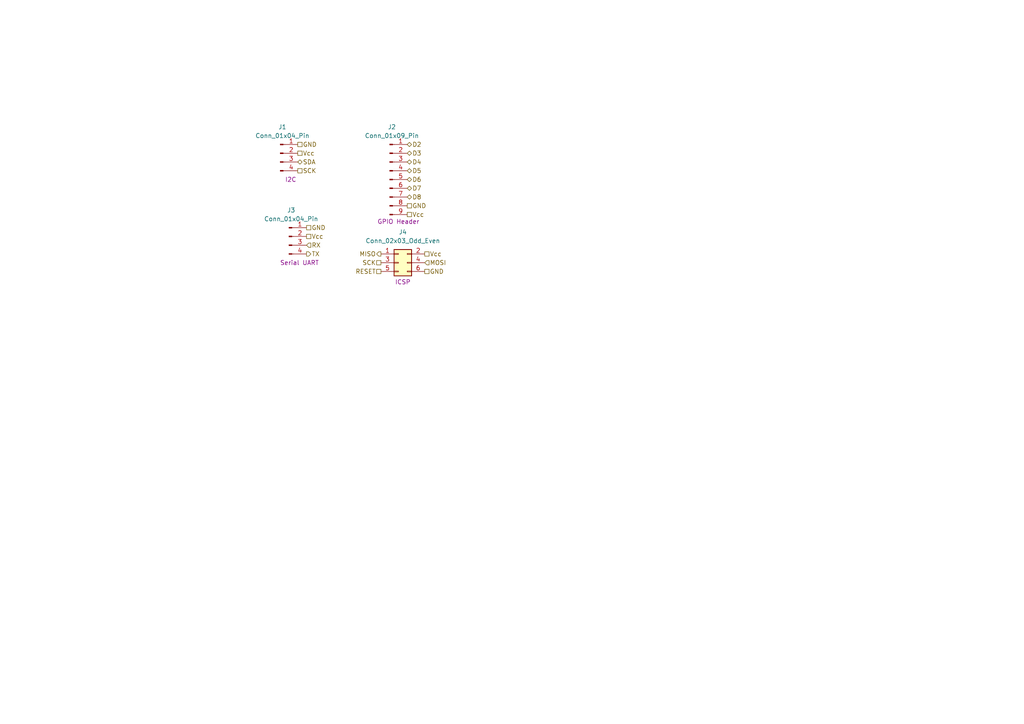
<source format=kicad_sch>
(kicad_sch (version 20250114) (generator "eeschema") (generator_version "9.0")
  (paper "A4")
  (lib_symbols
    (symbol "Connector:Conn_01x04_Pin" (pin_names (offset 1.016) (hide yes))
      (property "Reference" "J" (at 0 5.08 0))
      (property "Value" "Conn_01x04_Pin" (at 0 -7.62 0))
      (symbol "Conn_01x04_Pin_1_1"
        (rectangle (start 0.8636 2.667) (end 0 2.413) (stroke (width 0.1524)) (fill (type outline)))
        (rectangle (start 0.8636 0.127) (end 0 -0.127) (stroke (width 0.1524)) (fill (type outline)))
        (rectangle (start 0.8636 -2.413) (end 0 -2.667) (stroke (width 0.1524)) (fill (type outline)))
        (rectangle (start 0.8636 -4.953) (end 0 -5.207) (stroke (width 0.1524)) (fill (type outline)))
        (polyline (pts (xy 1.27 2.54) (xy 0.8636 2.54)) (stroke (width 0.1524)))
        (polyline (pts (xy 1.27 0) (xy 0.8636 0)) (stroke (width 0.1524)))
        (polyline (pts (xy 1.27 -2.54) (xy 0.8636 -2.54)) (stroke (width 0.1524)))
        (polyline (pts (xy 1.27 -5.08) (xy 0.8636 -5.08)) (stroke (width 0.1524)))
        (pin passive line (at 5.08 2.54 180) (length 3.81) (name "Pin_1") (number "1"))
        (pin passive line (at 5.08 0 180) (length 3.81) (name "Pin_2") (number "2"))
        (pin passive line (at 5.08 -2.54 180) (length 3.81) (name "Pin_3") (number "3"))
        (pin passive line (at 5.08 -5.08 180) (length 3.81) (name "Pin_4") (number "4"))
      )
    )
    (symbol "Connector:Conn_01x09_Pin" (pin_names (offset 1.016) (hide yes))
      (property "Reference" "J" (at 0 12.7 0))
      (property "Value" "Conn_01x09_Pin" (at 0 -12.7 0))
      (symbol "Conn_01x09_Pin_1_1"
        (rectangle (start 0.8636 10.287) (end 0 10.033) (stroke (width 0.1524)) (fill (type outline)))
        (rectangle (start 0.8636 7.747) (end 0 7.493) (stroke (width 0.1524)) (fill (type outline)))
        (rectangle (start 0.8636 5.207) (end 0 4.953) (stroke (width 0.1524)) (fill (type outline)))
        (rectangle (start 0.8636 2.667) (end 0 2.413) (stroke (width 0.1524)) (fill (type outline)))
        (rectangle (start 0.8636 0.127) (end 0 -0.127) (stroke (width 0.1524)) (fill (type outline)))
        (rectangle (start 0.8636 -2.413) (end 0 -2.667) (stroke (width 0.1524)) (fill (type outline)))
        (rectangle (start 0.8636 -4.953) (end 0 -5.207) (stroke (width 0.1524)) (fill (type outline)))
        (rectangle (start 0.8636 -7.493) (end 0 -7.747) (stroke (width 0.1524)) (fill (type outline)))
        (rectangle (start 0.8636 -10.033) (end 0 -10.287) (stroke (width 0.1524)) (fill (type outline)))
        (polyline (pts (xy 1.27 10.16) (xy 0.8636 10.16)) (stroke (width 0.1524)))
        (polyline (pts (xy 1.27 7.62) (xy 0.8636 7.62)) (stroke (width 0.1524)))
        (polyline (pts (xy 1.27 5.08) (xy 0.8636 5.08)) (stroke (width 0.1524)))
        (polyline (pts (xy 1.27 2.54) (xy 0.8636 2.54)) (stroke (width 0.1524)))
        (polyline (pts (xy 1.27 0) (xy 0.8636 0)) (stroke (width 0.1524)))
        (polyline (pts (xy 1.27 -2.54) (xy 0.8636 -2.54)) (stroke (width 0.1524)))
        (polyline (pts (xy 1.27 -5.08) (xy 0.8636 -5.08)) (stroke (width 0.1524)))
        (polyline (pts (xy 1.27 -7.62) (xy 0.8636 -7.62)) (stroke (width 0.1524)))
        (polyline (pts (xy 1.27 -10.16) (xy 0.8636 -10.16)) (stroke (width 0.1524)))
        (pin passive line (at 5.08 10.16 180) (length 3.81) (name "Pin_1") (number "1"))
        (pin passive line (at 5.08 7.62 180) (length 3.81) (name "Pin_2") (number "2"))
        (pin passive line (at 5.08 5.08 180) (length 3.81) (name "Pin_3") (number "3"))
        (pin passive line (at 5.08 2.54 180) (length 3.81) (name "Pin_4") (number "4"))
        (pin passive line (at 5.08 0 180) (length 3.81) (name "Pin_5") (number "5"))
        (pin passive line (at 5.08 -2.54 180) (length 3.81) (name "Pin_6") (number "6"))
        (pin passive line (at 5.08 -5.08 180) (length 3.81) (name "Pin_7") (number "7"))
        (pin passive line (at 5.08 -7.62 180) (length 3.81) (name "Pin_8") (number "8"))
        (pin passive line (at 5.08 -10.16 180) (length 3.81) (name "Pin_9") (number "9"))
      )
    )
    (symbol "Connector_Generic:Conn_02x03_Odd_Even" (pin_names (offset 1.016) (hide yes))
      (property "Reference" "J" (at 1.27 5.08 0))
      (property "Value" "Conn_02x03_Odd_Even" (at 1.27 -5.08 0))
      (symbol "Conn_02x03_Odd_Even_1_1"
        (rectangle (start -1.27 3.81) (end 3.81 -3.81) (stroke (width 0.254)) (fill (type background)))
        (rectangle (start -1.27 2.667) (end 0 2.413) (stroke (width 0.1524)))
        (rectangle (start -1.27 0.127) (end 0 -0.127) (stroke (width 0.1524)))
        (rectangle (start -1.27 -2.413) (end 0 -2.667) (stroke (width 0.1524)))
        (rectangle (start 3.81 2.667) (end 2.54 2.413) (stroke (width 0.1524)))
        (rectangle (start 3.81 0.127) (end 2.54 -0.127) (stroke (width 0.1524)))
        (rectangle (start 3.81 -2.413) (end 2.54 -2.667) (stroke (width 0.1524)))
        (pin passive line (at -5.08 2.54 0) (length 3.81) (name "Pin_1") (number "1"))
        (pin passive line (at -5.08 0 0) (length 3.81) (name "Pin_3") (number "3"))
        (pin passive line (at -5.08 -2.54 0) (length 3.81) (name "Pin_5") (number "5"))
        (pin passive line (at 7.62 2.54 180) (length 3.81) (name "Pin_2") (number "2"))
        (pin passive line (at 7.62 0 180) (length 3.81) (name "Pin_4") (number "4"))
        (pin passive line (at 7.62 -2.54 180) (length 3.81) (name "Pin_6") (number "6"))
      )
    )
  )
  (hierarchical_label "Vcc" (shape passive) (at 86.36 44.45 0))
  (hierarchical_label "TX" (shape output) (at 88.9 73.66 0))
  (hierarchical_label "Vcc" (shape passive) (at 88.9 68.58 0))
  (hierarchical_label "GND" (shape passive) (at 123.19 78.74 0))
  (hierarchical_label "MOSI" (shape input) (at 123.19 76.2 0))
  (hierarchical_label "D2" (shape bidirectional) (at 118.11 41.91 0))
  (hierarchical_label "GND" (shape passive) (at 118.11 59.69 0))
  (hierarchical_label "RX" (shape input) (at 88.9 71.12 0))
  (hierarchical_label "MISO" (shape output) (at 110.49 73.66 180))
  (hierarchical_label "D8" (shape bidirectional) (at 118.11 57.15 0))
  (hierarchical_label "RESET" (shape passive) (at 110.49 78.74 180))
  (hierarchical_label "SCK" (shape passive) (at 86.36 49.53 0))
  (hierarchical_label "D7" (shape bidirectional) (at 118.11 54.61 0))
  (hierarchical_label "GND" (shape passive) (at 86.36 41.91 0))
  (hierarchical_label "Vcc" (shape passive) (at 123.19 73.66 0))
  (hierarchical_label "SDA" (shape bidirectional) (at 86.36 46.99 0))
  (hierarchical_label "GND" (shape passive) (at 88.9 66.04 0))
  (hierarchical_label "SCK" (shape passive) (at 110.49 76.2 180))
  (hierarchical_label "D5" (shape bidirectional) (at 118.11 49.53 0))
  (hierarchical_label "D3" (shape bidirectional) (at 118.11 44.45 0))
  (hierarchical_label "D6" (shape bidirectional) (at 118.11 52.07 0))
  (hierarchical_label "D4" (shape bidirectional) (at 118.11 46.99 0))
  (hierarchical_label "Vcc" (shape passive) (at 118.11 62.23 0))
  (symbol (lib_id "Connector:Conn_01x09_Pin") (at 113.03 52.07 0) (unit 1)
    (property "Reference" "J2" (at 113.665 36.83 0))
    (property "Value" "Conn_01x09_Pin" (at 113.665 39.37 0))
    (property "Footprint" "Connector_PinHeader_2.54mm:PinHeader_1x09_P2.54mm_Vertical" (effects (hide yes)))
    (property "Description" "Generic connector, single row, 01x09, script generated" (effects (hide yes)))
    (property "purpose" "GPIO Header" (at 115.57 64.262 0))
  )
  (symbol (lib_id "Connector:Conn_01x04_Pin") (at 83.82 68.58 0) (unit 1)
    (property "Reference" "J3" (at 84.455 60.96 0))
    (property "Value" "Conn_01x04_Pin" (at 84.455 63.5 0))
    (property "Footprint" "Connector_PinHeader_2.54mm:PinHeader_1x04_P2.54mm_Vertical" (effects (hide yes)))
    (property "Description" "Generic connector, single row, 01x04, script generated" (effects (hide yes)))
    (property "purpose" "Serial UART" (at 86.868 76.2 0))
  )
  (symbol (lib_id "Connector_Generic:Conn_02x03_Odd_Even") (at 115.57 76.2 0) (unit 1)
    (property "Reference" "J4" (at 116.84 67.31 0))
    (property "Value" "Conn_02x03_Odd_Even" (at 116.84 69.85 0))
    (property "Footprint" "Connector_PinHeader_2.54mm:PinHeader_2x03_P2.54mm_Vertical" (effects (hide yes)))
    (property "Description" "Generic connector, double row, 02x03, odd/even pin numbering scheme (row 1 odd numbers, row 2 even numbers), script generated (kicad-library-utils/schlib/autogen/connector/)" (effects (hide yes)))
    (property "purpose" "ICSP" (at 116.84 81.788 0))
  )
  (symbol (lib_id "Connector:Conn_01x04_Pin") (at 81.28 44.45 0) (unit 1)
    (property "Reference" "J1" (at 81.915 36.83 0))
    (property "Value" "Conn_01x04_Pin" (at 81.915 39.37 0))
    (property "Footprint" "Connector_PinHeader_2.54mm:PinHeader_1x04_P2.54mm_Vertical" (effects (hide yes)))
    (property "Description" "Generic connector, single row, 01x04, script generated" (effects (hide yes)))
    (property "purpose" "I2C" (at 84.328 52.07 0))
  )
)
</source>
